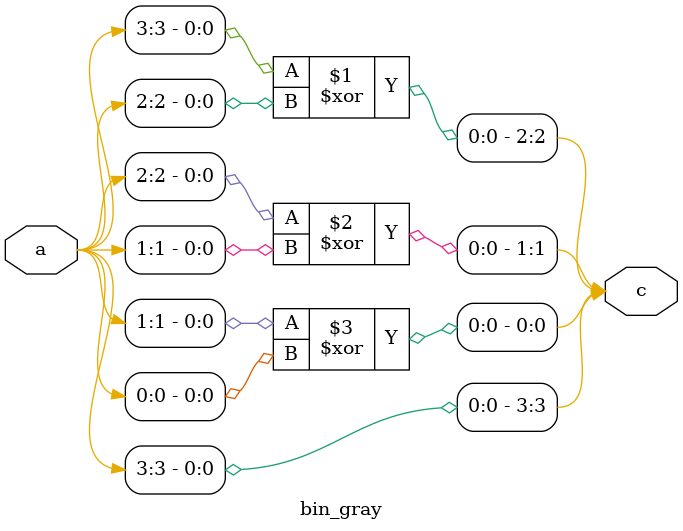
<source format=v>
`timescale 1ns / 1ps


module bin_gray(input [3:0]a, output[3:0]c);
assign c[3] = a[3];
assign c[2] = a[3] ^a[2];
assign c[1] = a[2]^a[1];
assign c[0] = a[1] ^a[0];
endmodule

</source>
